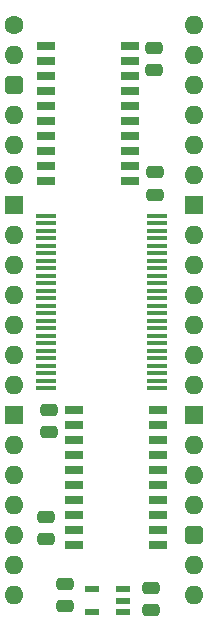
<source format=gts>
%TF.GenerationSoftware,KiCad,Pcbnew,8.0.7*%
%TF.CreationDate,2025-01-04T13:17:32+02:00*%
%TF.ProjectId,Dual Comparator 8bit,4475616c-2043-46f6-9d70-617261746f72,rev?*%
%TF.SameCoordinates,Original*%
%TF.FileFunction,Soldermask,Top*%
%TF.FilePolarity,Negative*%
%FSLAX46Y46*%
G04 Gerber Fmt 4.6, Leading zero omitted, Abs format (unit mm)*
G04 Created by KiCad (PCBNEW 8.0.7) date 2025-01-04 13:17:32*
%MOMM*%
%LPD*%
G01*
G04 APERTURE LIST*
G04 Aperture macros list*
%AMRoundRect*
0 Rectangle with rounded corners*
0 $1 Rounding radius*
0 $2 $3 $4 $5 $6 $7 $8 $9 X,Y pos of 4 corners*
0 Add a 4 corners polygon primitive as box body*
4,1,4,$2,$3,$4,$5,$6,$7,$8,$9,$2,$3,0*
0 Add four circle primitives for the rounded corners*
1,1,$1+$1,$2,$3*
1,1,$1+$1,$4,$5*
1,1,$1+$1,$6,$7*
1,1,$1+$1,$8,$9*
0 Add four rect primitives between the rounded corners*
20,1,$1+$1,$2,$3,$4,$5,0*
20,1,$1+$1,$4,$5,$6,$7,0*
20,1,$1+$1,$6,$7,$8,$9,0*
20,1,$1+$1,$8,$9,$2,$3,0*%
G04 Aperture macros list end*
%ADD10RoundRect,0.250000X-0.475000X0.250000X-0.475000X-0.250000X0.475000X-0.250000X0.475000X0.250000X0*%
%ADD11R,1.800000X0.430000*%
%ADD12RoundRect,0.250000X0.475000X-0.250000X0.475000X0.250000X-0.475000X0.250000X-0.475000X-0.250000X0*%
%ADD13R,1.550000X0.650000*%
%ADD14R,1.150000X0.600000*%
%ADD15C,1.600000*%
%ADD16O,1.600000X1.600000*%
%ADD17RoundRect,0.400000X-0.400000X-0.400000X0.400000X-0.400000X0.400000X0.400000X-0.400000X0.400000X0*%
%ADD18R,1.600000X1.600000*%
G04 APERTURE END LIST*
D10*
%TO.C,C2*%
X2921000Y-32594000D03*
X2921000Y-34494000D03*
%TD*%
D11*
%TO.C,IC2*%
X12066000Y-30797000D03*
X12066000Y-30163000D03*
X12066000Y-29527000D03*
X12066000Y-28893000D03*
X12066000Y-28257000D03*
X12066000Y-27623000D03*
X12066000Y-26987000D03*
X12066000Y-26353000D03*
X12066000Y-25717000D03*
X12066000Y-25083000D03*
X12066000Y-24447000D03*
X12066000Y-23813000D03*
X12066000Y-23177000D03*
X12066000Y-22543000D03*
X12066000Y-21907000D03*
X12066000Y-21273000D03*
X12066000Y-20637000D03*
X12066000Y-20003000D03*
X12066000Y-19367000D03*
X12066000Y-18733000D03*
X12066000Y-18097000D03*
X12066000Y-17463000D03*
X12066000Y-16827000D03*
X12066000Y-16193000D03*
X2666000Y-16193000D03*
X2666000Y-16827000D03*
X2666000Y-17463000D03*
X2666000Y-18097000D03*
X2666000Y-18733000D03*
X2666000Y-19367000D03*
X2666000Y-20003000D03*
X2666000Y-20637000D03*
X2666000Y-21273000D03*
X2666000Y-21907000D03*
X2666000Y-22543000D03*
X2666000Y-23177000D03*
X2666000Y-23813000D03*
X2666000Y-24447000D03*
X2666000Y-25083000D03*
X2666000Y-25717000D03*
X2666000Y-26353000D03*
X2666000Y-26987000D03*
X2666000Y-27623000D03*
X2666000Y-28257000D03*
X2666000Y-28893000D03*
X2666000Y-29527000D03*
X2666000Y-30163000D03*
X2666000Y-30797000D03*
%TD*%
D12*
%TO.C,C1*%
X11938000Y-14396000D03*
X11938000Y-12496000D03*
%TD*%
D10*
%TO.C,C4*%
X11811000Y-1987000D03*
X11811000Y-3887000D03*
%TD*%
D12*
%TO.C,C8*%
X11582400Y-49575000D03*
X11582400Y-47675000D03*
%TD*%
D13*
%TO.C,IC3*%
X2655000Y-1778000D03*
X2655000Y-3048000D03*
X2655000Y-4318000D03*
X2655000Y-5588000D03*
X2655000Y-6858000D03*
X2655000Y-8128000D03*
X2655000Y-9398000D03*
X2655000Y-10668000D03*
X2655000Y-11938000D03*
X2655000Y-13208000D03*
X9779000Y-13208000D03*
X9779000Y-11938000D03*
X9779000Y-10668000D03*
X9779000Y-9398000D03*
X9779000Y-8128000D03*
X9779000Y-6858000D03*
X9779000Y-5588000D03*
X9779000Y-4318000D03*
X9779000Y-3048000D03*
X9779000Y-1778000D03*
%TD*%
%TO.C,IC1*%
X5074000Y-32639000D03*
X5074000Y-33909000D03*
X5074000Y-35179000D03*
X5074000Y-36449000D03*
X5074000Y-37719000D03*
X5074000Y-38989000D03*
X5074000Y-40259000D03*
X5074000Y-41529000D03*
X5074000Y-42799000D03*
X5074000Y-44069000D03*
X12198000Y-44069000D03*
X12198000Y-42799000D03*
X12198000Y-41529000D03*
X12198000Y-40259000D03*
X12198000Y-38989000D03*
X12198000Y-37719000D03*
X12198000Y-36449000D03*
X12198000Y-35179000D03*
X12198000Y-33909000D03*
X12198000Y-32639000D03*
%TD*%
D10*
%TO.C,C3*%
X2667000Y-41661000D03*
X2667000Y-43561000D03*
%TD*%
%TO.C,C9*%
X4318000Y-47326000D03*
X4318000Y-49226000D03*
%TD*%
D14*
%TO.C,IC5*%
X9174000Y-49718000D03*
X9174000Y-48768000D03*
X9174000Y-47818000D03*
X6574000Y-47818000D03*
X6574000Y-49718000D03*
%TD*%
D15*
%TO.C,J2*%
X0Y0D03*
D16*
X0Y-2540000D03*
D17*
X0Y-5080000D03*
D16*
X0Y-7620000D03*
X0Y-10160000D03*
X0Y-12700000D03*
D18*
X0Y-15240000D03*
D16*
X0Y-17780000D03*
X0Y-20320000D03*
X0Y-22860000D03*
X0Y-25400000D03*
X0Y-27940000D03*
X0Y-30480000D03*
D18*
X0Y-33020000D03*
D16*
X0Y-35560000D03*
X0Y-38100000D03*
X0Y-40640000D03*
X0Y-43180000D03*
X0Y-45720000D03*
X0Y-48260000D03*
X15240000Y-48260000D03*
X15240000Y-45720000D03*
D17*
X15240000Y-43180000D03*
D16*
X15240000Y-40640000D03*
X15240000Y-38100000D03*
X15240000Y-35560000D03*
D18*
X15240000Y-33020000D03*
D16*
X15240000Y-30480000D03*
X15240000Y-27940000D03*
X15240000Y-25400000D03*
X15240000Y-22860000D03*
X15240000Y-20320000D03*
X15240000Y-17780000D03*
D18*
X15240000Y-15240000D03*
D16*
X15240000Y-12700000D03*
X15240000Y-10160000D03*
X15240000Y-7620000D03*
X15240000Y-5080000D03*
X15240000Y-2540000D03*
X15240000Y0D03*
%TD*%
M02*

</source>
